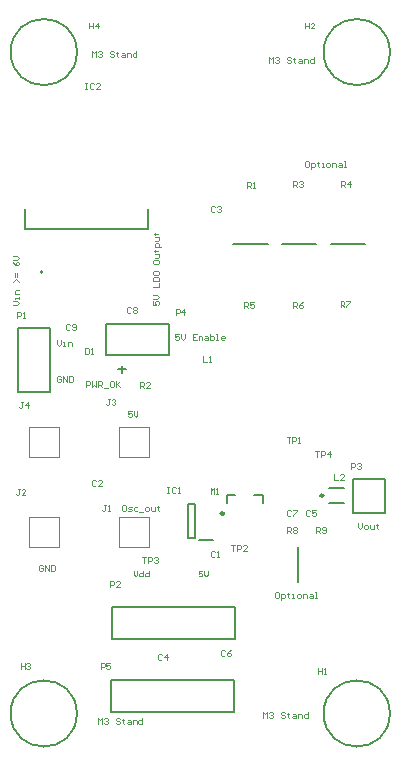
<source format=gto>
G04*
G04 #@! TF.GenerationSoftware,Altium Limited,Altium Designer,21.6.4 (81)*
G04*
G04 Layer_Color=65535*
%FSLAX44Y44*%
%MOMM*%
G71*
G04*
G04 #@! TF.SameCoordinates,CE7750B5-B6F3-47FA-9723-5704EF157F2E*
G04*
G04*
G04 #@! TF.FilePolarity,Positive*
G04*
G01*
G75*
%ADD10C,0.2000*%
%ADD11C,0.2500*%
%ADD12C,0.1270*%
%ADD13C,0.1000*%
D10*
X28900Y403750D02*
G03*
X28900Y403750I-1000J0D01*
G01*
X323000Y590000D02*
G03*
X323000Y590000I-28000J0D01*
G01*
X58000D02*
G03*
X58000Y590000I-28000J0D01*
G01*
X323000Y30000D02*
G03*
X323000Y30000I-28000J0D01*
G01*
X58000D02*
G03*
X58000Y30000I-28000J0D01*
G01*
X245000Y141555D02*
Y170555D01*
X87450Y119950D02*
X192050D01*
Y93050D02*
Y119950D01*
X87450Y93050D02*
X192050D01*
X87450D02*
Y119950D01*
X272792Y427750D02*
X301793D01*
X231750D02*
X260750D01*
X271179Y220814D02*
X283806D01*
X271179Y208186D02*
X283806D01*
X208255Y215250D02*
X215245D01*
Y208250D02*
Y215250D01*
X185245D02*
X192235D01*
X185245Y208250D02*
Y215250D01*
X191300Y31557D02*
Y58457D01*
X86700D02*
X191300D01*
X86700Y31557D02*
Y58457D01*
Y31557D02*
X191300D01*
X190500Y427500D02*
X219500D01*
X136400Y333107D02*
Y360008D01*
X82600D02*
X136400D01*
X82600Y333107D02*
Y360008D01*
Y333107D02*
X136400D01*
X151943Y178500D02*
X157943D01*
X151943D02*
Y207500D01*
X157943D01*
Y178500D02*
Y207500D01*
X161443Y177000D02*
X173443D01*
X8300Y356400D02*
X35200D01*
X8300Y302600D02*
Y356400D01*
Y302600D02*
X35200D01*
Y356400D01*
X291599Y228450D02*
X318499D01*
X291599Y200050D02*
Y228450D01*
Y200050D02*
X318499D01*
Y228450D01*
D11*
X266742Y214500D02*
G03*
X266742Y214500I-1250J0D01*
G01*
X182485Y199400D02*
G03*
X182485Y199400I-1250J0D01*
G01*
D12*
X14330Y440330D02*
Y457250D01*
X118470Y440330D02*
Y457250D01*
X14330Y440330D02*
X118470D01*
X93189Y321564D02*
X99187D01*
X96188Y318565D02*
Y324564D01*
D13*
X93500Y196500D02*
X118900D01*
Y171100D02*
Y196500D01*
X93500Y171100D02*
X118900D01*
X93500D02*
Y196500D01*
X17300Y272700D02*
X42700D01*
Y247300D02*
Y272700D01*
X17300Y247300D02*
X42700D01*
X17300D02*
Y272700D01*
Y196500D02*
X42700D01*
Y171100D02*
Y196500D01*
X17300Y171100D02*
X42700D01*
X17300D02*
Y196500D01*
X93500Y272700D02*
X118900D01*
Y247300D02*
Y272700D01*
X93500Y247300D02*
X118900D01*
X93500D02*
Y272700D01*
X259902Y252200D02*
X263234D01*
X261568D01*
Y247202D01*
X264900D02*
Y252200D01*
X267400D01*
X268233Y251367D01*
Y249701D01*
X267400Y248868D01*
X264900D01*
X272398Y247202D02*
Y252200D01*
X269899Y249701D01*
X273231D01*
X228499Y132664D02*
X226833D01*
X226000Y131831D01*
Y128499D01*
X226833Y127666D01*
X228499D01*
X229332Y128499D01*
Y131831D01*
X228499Y132664D01*
X230998Y126000D02*
Y130998D01*
X233498D01*
X234331Y130165D01*
Y128499D01*
X233498Y127666D01*
X230998D01*
X236830Y131831D02*
Y130998D01*
X235997D01*
X237663D01*
X236830D01*
Y128499D01*
X237663Y127666D01*
X240162D02*
X241828D01*
X240995D01*
Y130998D01*
X240162D01*
X245160Y127666D02*
X246827D01*
X247660Y128499D01*
Y130165D01*
X246827Y130998D01*
X245160D01*
X244327Y130165D01*
Y128499D01*
X245160Y127666D01*
X249326D02*
Y130998D01*
X251825D01*
X252658Y130165D01*
Y127666D01*
X255157Y130998D02*
X256823D01*
X257656Y130165D01*
Y127666D01*
X255157D01*
X254324Y128499D01*
X255157Y129332D01*
X257656D01*
X259322Y127666D02*
X260989D01*
X260156D01*
Y132664D01*
X259322D01*
X253499Y497664D02*
X251833D01*
X251000Y496831D01*
Y493499D01*
X251833Y492666D01*
X253499D01*
X254332Y493499D01*
Y496831D01*
X253499Y497664D01*
X255998Y491000D02*
Y495998D01*
X258498D01*
X259331Y495165D01*
Y493499D01*
X258498Y492666D01*
X255998D01*
X261830Y496831D02*
Y495998D01*
X260997D01*
X262663D01*
X261830D01*
Y493499D01*
X262663Y492666D01*
X265162D02*
X266828D01*
X265995D01*
Y495998D01*
X265162D01*
X270160Y492666D02*
X271827D01*
X272660Y493499D01*
Y495165D01*
X271827Y495998D01*
X270160D01*
X269327Y495165D01*
Y493499D01*
X270160Y492666D01*
X274326D02*
Y495998D01*
X276825D01*
X277658Y495165D01*
Y492666D01*
X280157Y495998D02*
X281823D01*
X282656Y495165D01*
Y492666D01*
X280157D01*
X279324Y493499D01*
X280157Y494332D01*
X282656D01*
X284322Y492666D02*
X285989D01*
X285156D01*
Y497664D01*
X284322D01*
X98499Y206831D02*
X96833D01*
X96000Y205998D01*
Y202666D01*
X96833Y201833D01*
X98499D01*
X99332Y202666D01*
Y205998D01*
X98499Y206831D01*
X100998Y201833D02*
X103497D01*
X104331Y202666D01*
X103497Y203499D01*
X101831D01*
X100998Y204332D01*
X101831Y205165D01*
X104331D01*
X109329D02*
X106830D01*
X105997Y204332D01*
Y202666D01*
X106830Y201833D01*
X109329D01*
X110995Y201000D02*
X114327D01*
X116826Y201833D02*
X118493D01*
X119326Y202666D01*
Y204332D01*
X118493Y205165D01*
X116826D01*
X115993Y204332D01*
Y202666D01*
X116826Y201833D01*
X120992Y205165D02*
Y202666D01*
X121825Y201833D01*
X124324D01*
Y205165D01*
X126823Y205998D02*
Y205165D01*
X125990D01*
X127656D01*
X126823D01*
Y202666D01*
X127656Y201833D01*
X104332Y285998D02*
X101000D01*
Y283499D01*
X102666Y284332D01*
X103499D01*
X104332Y283499D01*
Y281833D01*
X103499Y281000D01*
X101833D01*
X101000Y281833D01*
X105998Y285998D02*
Y282666D01*
X107664Y281000D01*
X109331Y282666D01*
Y285998D01*
X29332Y155165D02*
X28499Y155998D01*
X26833D01*
X26000Y155165D01*
Y151833D01*
X26833Y151000D01*
X28499D01*
X29332Y151833D01*
Y153499D01*
X27666D01*
X30998Y151000D02*
Y155998D01*
X34331Y151000D01*
Y155998D01*
X35997D02*
Y151000D01*
X38496D01*
X39329Y151833D01*
Y155165D01*
X38496Y155998D01*
X35997D01*
X260835Y182501D02*
Y187499D01*
X263334D01*
X264167Y186666D01*
Y185000D01*
X263334Y184167D01*
X260835D01*
X262501D02*
X264167Y182501D01*
X265833Y183334D02*
X266666Y182501D01*
X268332D01*
X269165Y183334D01*
Y186666D01*
X268332Y187499D01*
X266666D01*
X265833Y186666D01*
Y185833D01*
X266666Y185000D01*
X269165D01*
X216000Y26000D02*
Y30998D01*
X217666Y29332D01*
X219332Y30998D01*
Y26000D01*
X220998Y30165D02*
X221831Y30998D01*
X223498D01*
X224331Y30165D01*
Y29332D01*
X223498Y28499D01*
X222665D01*
X223498D01*
X224331Y27666D01*
Y26833D01*
X223498Y26000D01*
X221831D01*
X220998Y26833D01*
X234327Y30165D02*
X233494Y30998D01*
X231828D01*
X230995Y30165D01*
Y29332D01*
X231828Y28499D01*
X233494D01*
X234327Y27666D01*
Y26833D01*
X233494Y26000D01*
X231828D01*
X230995Y26833D01*
X236827Y30165D02*
Y29332D01*
X235993D01*
X237660D01*
X236827D01*
Y26833D01*
X237660Y26000D01*
X240992Y29332D02*
X242658D01*
X243491Y28499D01*
Y26000D01*
X240992D01*
X240159Y26833D01*
X240992Y27666D01*
X243491D01*
X245157Y26000D02*
Y29332D01*
X247656D01*
X248489Y28499D01*
Y26000D01*
X253488Y30998D02*
Y26000D01*
X250989D01*
X250156Y26833D01*
Y28499D01*
X250989Y29332D01*
X253488D01*
X76000Y21000D02*
Y25998D01*
X77666Y24332D01*
X79332Y25998D01*
Y21000D01*
X80998Y25165D02*
X81831Y25998D01*
X83497D01*
X84331Y25165D01*
Y24332D01*
X83497Y23499D01*
X82664D01*
X83497D01*
X84331Y22666D01*
Y21833D01*
X83497Y21000D01*
X81831D01*
X80998Y21833D01*
X94327Y25165D02*
X93494Y25998D01*
X91828D01*
X90995Y25165D01*
Y24332D01*
X91828Y23499D01*
X93494D01*
X94327Y22666D01*
Y21833D01*
X93494Y21000D01*
X91828D01*
X90995Y21833D01*
X96826Y25165D02*
Y24332D01*
X95993D01*
X97660D01*
X96826D01*
Y21833D01*
X97660Y21000D01*
X100992Y24332D02*
X102658D01*
X103491Y23499D01*
Y21000D01*
X100992D01*
X100159Y21833D01*
X100992Y22666D01*
X103491D01*
X105157Y21000D02*
Y24332D01*
X107656D01*
X108489Y23499D01*
Y21000D01*
X113488Y25998D02*
Y21000D01*
X110989D01*
X110155Y21833D01*
Y23499D01*
X110989Y24332D01*
X113488D01*
X221000Y581000D02*
Y585998D01*
X222666Y584332D01*
X224332Y585998D01*
Y581000D01*
X225998Y585165D02*
X226831Y585998D01*
X228498D01*
X229331Y585165D01*
Y584332D01*
X228498Y583499D01*
X227665D01*
X228498D01*
X229331Y582666D01*
Y581833D01*
X228498Y581000D01*
X226831D01*
X225998Y581833D01*
X239327Y585165D02*
X238494Y585998D01*
X236828D01*
X235995Y585165D01*
Y584332D01*
X236828Y583499D01*
X238494D01*
X239327Y582666D01*
Y581833D01*
X238494Y581000D01*
X236828D01*
X235995Y581833D01*
X241826Y585165D02*
Y584332D01*
X240993D01*
X242660D01*
X241826D01*
Y581833D01*
X242660Y581000D01*
X245992Y584332D02*
X247658D01*
X248491Y583499D01*
Y581000D01*
X245992D01*
X245159Y581833D01*
X245992Y582666D01*
X248491D01*
X250157Y581000D02*
Y584332D01*
X252656D01*
X253489Y583499D01*
Y581000D01*
X258488Y585998D02*
Y581000D01*
X255989D01*
X255156Y581833D01*
Y583499D01*
X255989Y584332D01*
X258488D01*
X71000Y586000D02*
Y590998D01*
X72666Y589332D01*
X74332Y590998D01*
Y586000D01*
X75998Y590165D02*
X76831Y590998D01*
X78498D01*
X79331Y590165D01*
Y589332D01*
X78498Y588499D01*
X77664D01*
X78498D01*
X79331Y587666D01*
Y586833D01*
X78498Y586000D01*
X76831D01*
X75998Y586833D01*
X89327Y590165D02*
X88494Y590998D01*
X86828D01*
X85995Y590165D01*
Y589332D01*
X86828Y588499D01*
X88494D01*
X89327Y587666D01*
Y586833D01*
X88494Y586000D01*
X86828D01*
X85995Y586833D01*
X91826Y590165D02*
Y589332D01*
X90993D01*
X92660D01*
X91826D01*
Y586833D01*
X92660Y586000D01*
X95992Y589332D02*
X97658D01*
X98491Y588499D01*
Y586000D01*
X95992D01*
X95159Y586833D01*
X95992Y587666D01*
X98491D01*
X100157Y586000D02*
Y589332D01*
X102656D01*
X103489Y588499D01*
Y586000D01*
X108488Y590998D02*
Y586000D01*
X105989D01*
X105155Y586833D01*
Y588499D01*
X105989Y589332D01*
X108488D01*
X164332Y150998D02*
X161000D01*
Y148499D01*
X162666Y149332D01*
X163499D01*
X164332Y148499D01*
Y146833D01*
X163499Y146000D01*
X161833D01*
X161000Y146833D01*
X165998Y150998D02*
Y147666D01*
X167665Y146000D01*
X169331Y147666D01*
Y150998D01*
X85835Y137501D02*
Y142499D01*
X88334D01*
X89167Y141666D01*
Y140000D01*
X88334Y139167D01*
X85835D01*
X94165Y137501D02*
X90833D01*
X94165Y140833D01*
Y141666D01*
X93332Y142499D01*
X91666D01*
X90833Y141666D01*
X106000Y150998D02*
Y147666D01*
X107666Y146000D01*
X109332Y147666D01*
Y150998D01*
X114331D02*
Y146000D01*
X111831D01*
X110998Y146833D01*
Y148499D01*
X111831Y149332D01*
X114331D01*
X119329Y150998D02*
Y146000D01*
X116830D01*
X115997Y146833D01*
Y148499D01*
X116830Y149332D01*
X119329D01*
X296000Y190998D02*
Y187666D01*
X297666Y186000D01*
X299332Y187666D01*
Y190998D01*
X301831Y186000D02*
X303498D01*
X304331Y186833D01*
Y188499D01*
X303498Y189332D01*
X301831D01*
X300998Y188499D01*
Y186833D01*
X301831Y186000D01*
X305997Y189332D02*
Y186833D01*
X306830Y186000D01*
X309329D01*
Y189332D01*
X311828Y190165D02*
Y189332D01*
X310995D01*
X312661D01*
X311828D01*
Y186833D01*
X312661Y186000D01*
X122336Y379332D02*
Y376000D01*
X124835D01*
X124002Y377666D01*
Y378499D01*
X124835Y379332D01*
X126501D01*
X127334Y378499D01*
Y376833D01*
X126501Y376000D01*
X122336Y380998D02*
X125668D01*
X127334Y382664D01*
X125668Y384331D01*
X122336D01*
Y390995D02*
X127334D01*
Y394327D01*
X122336Y395993D02*
X127334D01*
Y398493D01*
X126501Y399326D01*
X123169D01*
X122336Y398493D01*
Y395993D01*
Y403491D02*
Y401825D01*
X123169Y400992D01*
X126501D01*
X127334Y401825D01*
Y403491D01*
X126501Y404324D01*
X123169D01*
X122336Y403491D01*
Y413488D02*
Y411822D01*
X123169Y410989D01*
X126501D01*
X127334Y411822D01*
Y413488D01*
X126501Y414321D01*
X123169D01*
X122336Y413488D01*
X124002Y415987D02*
X126501D01*
X127334Y416820D01*
Y419319D01*
X124002D01*
X123169Y421818D02*
X124002D01*
Y420985D01*
Y422651D01*
Y421818D01*
X126501D01*
X127334Y422651D01*
X129000Y425151D02*
X124002D01*
Y427650D01*
X124835Y428483D01*
X126501D01*
X127334Y427650D01*
Y425151D01*
X124002Y430149D02*
X126501D01*
X127334Y430982D01*
Y433481D01*
X124002D01*
X123169Y435980D02*
X124002D01*
Y435147D01*
Y436814D01*
Y435980D01*
X126501D01*
X127334Y436814D01*
X66000Y306833D02*
Y311831D01*
X68499D01*
X69332Y310998D01*
Y309332D01*
X68499Y308499D01*
X66000D01*
X70998Y311831D02*
Y306833D01*
X72664Y308499D01*
X74331Y306833D01*
Y311831D01*
X75997Y306833D02*
Y311831D01*
X78496D01*
X79329Y310998D01*
Y309332D01*
X78496Y308499D01*
X75997D01*
X77663D02*
X79329Y306833D01*
X80995Y306000D02*
X84327D01*
X88493Y311831D02*
X86826D01*
X85993Y310998D01*
Y307666D01*
X86826Y306833D01*
X88493D01*
X89326Y307666D01*
Y310998D01*
X88493Y311831D01*
X90992D02*
Y306833D01*
Y308499D01*
X94324Y311831D01*
X91825Y309332D01*
X94324Y306833D01*
X144332Y350998D02*
X141000D01*
Y348499D01*
X142666Y349332D01*
X143499D01*
X144332Y348499D01*
Y346833D01*
X143499Y346000D01*
X141833D01*
X141000Y346833D01*
X145998Y350998D02*
Y347666D01*
X147664Y346000D01*
X149331Y347666D01*
Y350998D01*
X159327D02*
X155995D01*
Y346000D01*
X159327D01*
X155995Y348499D02*
X157661D01*
X160993Y346000D02*
Y349332D01*
X163493D01*
X164326Y348499D01*
Y346000D01*
X166825Y349332D02*
X168491D01*
X169324Y348499D01*
Y346000D01*
X166825D01*
X165992Y346833D01*
X166825Y347666D01*
X169324D01*
X170990Y350998D02*
Y346000D01*
X173489D01*
X174322Y346833D01*
Y347666D01*
Y348499D01*
X173489Y349332D01*
X170990D01*
X175989Y346000D02*
X177655D01*
X176822D01*
Y350998D01*
X175989D01*
X182653Y346000D02*
X180987D01*
X180154Y346833D01*
Y348499D01*
X180987Y349332D01*
X182653D01*
X183486Y348499D01*
Y347666D01*
X180154D01*
X41000Y345998D02*
Y342666D01*
X42666Y341000D01*
X44332Y342666D01*
Y345998D01*
X45998Y341000D02*
X47664D01*
X46831D01*
Y344332D01*
X45998D01*
X50164Y341000D02*
Y344332D01*
X52663D01*
X53496Y343499D01*
Y341000D01*
X4002Y376000D02*
X7334D01*
X9000Y377666D01*
X7334Y379332D01*
X4002D01*
X9000Y380998D02*
Y382664D01*
Y381831D01*
X5668D01*
Y380998D01*
X9000Y385164D02*
X5668D01*
Y387663D01*
X6501Y388496D01*
X9000D01*
Y395160D02*
X6501Y397660D01*
X4002Y395160D01*
X7334Y399326D02*
Y402658D01*
X5668Y399326D02*
Y402658D01*
X4002Y412655D02*
X4835Y410989D01*
X6501Y409323D01*
X8167D01*
X9000Y410155D01*
Y411822D01*
X8167Y412655D01*
X7334D01*
X6501Y411822D01*
Y409323D01*
X4002Y414321D02*
X7334D01*
X9000Y415987D01*
X7334Y417653D01*
X4002D01*
X44332Y315165D02*
X43499Y315998D01*
X41833D01*
X41000Y315165D01*
Y311833D01*
X41833Y311000D01*
X43499D01*
X44332Y311833D01*
Y313499D01*
X42666D01*
X45998Y311000D02*
Y315998D01*
X49331Y311000D01*
Y315998D01*
X50997D02*
Y311000D01*
X53496D01*
X54329Y311833D01*
Y315165D01*
X53496Y315998D01*
X50997D01*
X65002Y563999D02*
X66668D01*
X65835D01*
Y559001D01*
X65002D01*
X66668D01*
X72500Y563166D02*
X71666Y563999D01*
X70000D01*
X69167Y563166D01*
Y559834D01*
X70000Y559001D01*
X71666D01*
X72500Y559834D01*
X77498Y559001D02*
X74166D01*
X77498Y562333D01*
Y563166D01*
X76665Y563999D01*
X74999D01*
X74166Y563166D01*
X113336Y162499D02*
X116668D01*
X115002D01*
Y157501D01*
X118334D02*
Y162499D01*
X120833D01*
X121666Y161666D01*
Y160000D01*
X120833Y159167D01*
X118334D01*
X123332Y161666D02*
X124165Y162499D01*
X125831D01*
X126664Y161666D01*
Y160833D01*
X125831Y160000D01*
X124998D01*
X125831D01*
X126664Y159167D01*
Y158334D01*
X125831Y157501D01*
X124165D01*
X123332Y158334D01*
X235835Y182501D02*
Y187499D01*
X238334D01*
X239167Y186666D01*
Y185000D01*
X238334Y184167D01*
X235835D01*
X237501D02*
X239167Y182501D01*
X240833Y186666D02*
X241666Y187499D01*
X243332D01*
X244165Y186666D01*
Y185833D01*
X243332Y185000D01*
X244165Y184167D01*
Y183334D01*
X243332Y182501D01*
X241666D01*
X240833Y183334D01*
Y184167D01*
X241666Y185000D01*
X240833Y185833D01*
Y186666D01*
X241666Y185000D02*
X243332D01*
X281238Y373948D02*
Y378946D01*
X283737D01*
X284570Y378113D01*
Y376447D01*
X283737Y375614D01*
X281238D01*
X282904D02*
X284570Y373948D01*
X286236Y378946D02*
X289569D01*
Y378113D01*
X286236Y374781D01*
Y373948D01*
X240852Y373694D02*
Y378692D01*
X243351D01*
X244184Y377859D01*
Y376193D01*
X243351Y375360D01*
X240852D01*
X242518D02*
X244184Y373694D01*
X249183Y378692D02*
X247516Y377859D01*
X245850Y376193D01*
Y374527D01*
X246683Y373694D01*
X248349D01*
X249183Y374527D01*
Y375360D01*
X248349Y376193D01*
X245850D01*
X199450Y373694D02*
Y378692D01*
X201949D01*
X202782Y377859D01*
Y376193D01*
X201949Y375360D01*
X199450D01*
X201116D02*
X202782Y373694D01*
X207781Y378692D02*
X204448D01*
Y376193D01*
X206115Y377026D01*
X206947D01*
X207781Y376193D01*
Y374527D01*
X206947Y373694D01*
X205281D01*
X204448Y374527D01*
X281585Y475501D02*
Y480499D01*
X284084D01*
X284917Y479666D01*
Y478000D01*
X284084Y477167D01*
X281585D01*
X283251D02*
X284917Y475501D01*
X289082D02*
Y480499D01*
X286583Y478000D01*
X289915D01*
X241085Y475751D02*
Y480749D01*
X243584D01*
X244417Y479916D01*
Y478250D01*
X243584Y477417D01*
X241085D01*
X242751D02*
X244417Y475751D01*
X246083Y479916D02*
X246916Y480749D01*
X248582D01*
X249415Y479916D01*
Y479083D01*
X248582Y478250D01*
X247749D01*
X248582D01*
X249415Y477417D01*
Y476584D01*
X248582Y475751D01*
X246916D01*
X246083Y476584D01*
X78085Y67501D02*
Y72499D01*
X80584D01*
X81417Y71666D01*
Y70000D01*
X80584Y69167D01*
X78085D01*
X86415Y72499D02*
X83083D01*
Y70000D01*
X84749Y70833D01*
X85582D01*
X86415Y70000D01*
Y68334D01*
X85582Y67501D01*
X83916D01*
X83083Y68334D01*
X188335Y172499D02*
X191668D01*
X190002D01*
Y167501D01*
X193334D02*
Y172499D01*
X195833D01*
X196666Y171666D01*
Y170000D01*
X195833Y169167D01*
X193334D01*
X201665Y167501D02*
X198332D01*
X201665Y170833D01*
Y171666D01*
X200831Y172499D01*
X199165D01*
X198332Y171666D01*
X235518Y264138D02*
X238850D01*
X237184D01*
Y259140D01*
X240516D02*
Y264138D01*
X243015D01*
X243849Y263305D01*
Y261639D01*
X243015Y260806D01*
X240516D01*
X245515Y259140D02*
X247181D01*
X246348D01*
Y264138D01*
X245515Y263305D01*
X111335Y305501D02*
Y310499D01*
X113834D01*
X114667Y309666D01*
Y308000D01*
X113834Y307167D01*
X111335D01*
X113001D02*
X114667Y305501D01*
X119665D02*
X116333D01*
X119665Y308833D01*
Y309666D01*
X118832Y310499D01*
X117166D01*
X116333Y309666D01*
X202168Y474751D02*
Y479749D01*
X204667D01*
X205500Y478916D01*
Y477250D01*
X204667Y476417D01*
X202168D01*
X203834D02*
X205500Y474751D01*
X207166D02*
X208832D01*
X207999D01*
Y479749D01*
X207166Y478916D01*
X141585Y367251D02*
Y372249D01*
X144084D01*
X144917Y371416D01*
Y369750D01*
X144084Y368917D01*
X141585D01*
X149082Y367251D02*
Y372249D01*
X146583Y369750D01*
X149915D01*
X290382Y236788D02*
Y241786D01*
X292881D01*
X293714Y240953D01*
Y239287D01*
X292881Y238454D01*
X290382D01*
X295380Y240953D02*
X296213Y241786D01*
X297880D01*
X298713Y240953D01*
Y240120D01*
X297880Y239287D01*
X297047D01*
X297880D01*
X298713Y238454D01*
Y237621D01*
X297880Y236788D01*
X296213D01*
X295380Y237621D01*
X7172Y364804D02*
Y369802D01*
X9671D01*
X10504Y368969D01*
Y367303D01*
X9671Y366470D01*
X7172D01*
X12170Y364804D02*
X13836D01*
X13003D01*
Y369802D01*
X12170Y368969D01*
X171168Y216001D02*
Y220999D01*
X172834Y219333D01*
X174500Y220999D01*
Y216001D01*
X176166D02*
X177832D01*
X176999D01*
Y220999D01*
X176166Y220166D01*
X275835Y232499D02*
Y227501D01*
X279167D01*
X284165D02*
X280833D01*
X284165Y230833D01*
Y231666D01*
X283332Y232499D01*
X281666D01*
X280833Y231666D01*
X165168Y332499D02*
Y327501D01*
X168500D01*
X170166D02*
X171832D01*
X170999D01*
Y332499D01*
X170166Y331666D01*
X12167Y293749D02*
X10501D01*
X11334D01*
Y289584D01*
X10501Y288751D01*
X9668D01*
X8835Y289584D01*
X16332Y288751D02*
Y293749D01*
X13833Y291250D01*
X17165D01*
X85688Y296142D02*
X84022D01*
X84855D01*
Y291977D01*
X84022Y291144D01*
X83189D01*
X82356Y291977D01*
X87354Y295309D02*
X88187Y296142D01*
X89853D01*
X90687Y295309D01*
Y294476D01*
X89853Y293643D01*
X89021D01*
X89853D01*
X90687Y292810D01*
Y291977D01*
X89853Y291144D01*
X88187D01*
X87354Y291977D01*
X9488Y219942D02*
X7822D01*
X8655D01*
Y215777D01*
X7822Y214944D01*
X6989D01*
X6156Y215777D01*
X14487Y214944D02*
X11154D01*
X14487Y218276D01*
Y219109D01*
X13654Y219942D01*
X11987D01*
X11154Y219109D01*
X82750Y206499D02*
X81084D01*
X81917D01*
Y202334D01*
X81084Y201501D01*
X80251D01*
X79418Y202334D01*
X84416Y201501D02*
X86082D01*
X85249D01*
Y206499D01*
X84416Y205666D01*
X134680Y221974D02*
X136346D01*
X135513D01*
Y216976D01*
X134680D01*
X136346D01*
X142178Y221141D02*
X141344Y221974D01*
X139678D01*
X138845Y221141D01*
Y217809D01*
X139678Y216976D01*
X141344D01*
X142178Y217809D01*
X143844Y216976D02*
X145510D01*
X144677D01*
Y221974D01*
X143844Y221141D01*
X68335Y614999D02*
Y610001D01*
Y612500D01*
X71667D01*
Y614999D01*
Y610001D01*
X75832D02*
Y614999D01*
X73333Y612500D01*
X76665D01*
X10335Y72999D02*
Y68001D01*
Y70500D01*
X13667D01*
Y72999D01*
Y68001D01*
X15333Y72166D02*
X16166Y72999D01*
X17832D01*
X18665Y72166D01*
Y71333D01*
X17832Y70500D01*
X16999D01*
X17832D01*
X18665Y69667D01*
Y68834D01*
X17832Y68001D01*
X16166D01*
X15333Y68834D01*
X250835Y614999D02*
Y610001D01*
Y612500D01*
X254167D01*
Y614999D01*
Y610001D01*
X259165D02*
X255833D01*
X259165Y613333D01*
Y614166D01*
X258332Y614999D01*
X256666D01*
X255833Y614166D01*
X262418Y68749D02*
Y63751D01*
Y66250D01*
X265750D01*
Y68749D01*
Y63751D01*
X267416D02*
X269082D01*
X268249D01*
Y68749D01*
X267416Y67916D01*
X64830Y339322D02*
Y334324D01*
X67329D01*
X68162Y335157D01*
Y338489D01*
X67329Y339322D01*
X64830D01*
X69828Y334324D02*
X71494D01*
X70661D01*
Y339322D01*
X69828Y338489D01*
X52167Y359166D02*
X51334Y359999D01*
X49668D01*
X48835Y359166D01*
Y355834D01*
X49668Y355001D01*
X51334D01*
X52167Y355834D01*
X53833D02*
X54666Y355001D01*
X56332D01*
X57165Y355834D01*
Y359166D01*
X56332Y359999D01*
X54666D01*
X53833Y359166D01*
Y358333D01*
X54666Y357500D01*
X57165D01*
X104167Y373166D02*
X103334Y373999D01*
X101668D01*
X100835Y373166D01*
Y369834D01*
X101668Y369001D01*
X103334D01*
X104167Y369834D01*
X105833Y373166D02*
X106666Y373999D01*
X108332D01*
X109165Y373166D01*
Y372333D01*
X108332Y371500D01*
X109165Y370667D01*
Y369834D01*
X108332Y369001D01*
X106666D01*
X105833Y369834D01*
Y370667D01*
X106666Y371500D01*
X105833Y372333D01*
Y373166D01*
X106666Y371500D02*
X108332D01*
X239167Y201666D02*
X238334Y202499D01*
X236668D01*
X235835Y201666D01*
Y198334D01*
X236668Y197501D01*
X238334D01*
X239167Y198334D01*
X240833Y202499D02*
X244165D01*
Y201666D01*
X240833Y198334D01*
Y197501D01*
X183417Y82666D02*
X182584Y83499D01*
X180918D01*
X180085Y82666D01*
Y79334D01*
X180918Y78501D01*
X182584D01*
X183417Y79334D01*
X188415Y83499D02*
X186749Y82666D01*
X185083Y81000D01*
Y79334D01*
X185916Y78501D01*
X187582D01*
X188415Y79334D01*
Y80167D01*
X187582Y81000D01*
X185083D01*
X255667Y201416D02*
X254834Y202249D01*
X253168D01*
X252335Y201416D01*
Y198084D01*
X253168Y197251D01*
X254834D01*
X255667Y198084D01*
X260665Y202249D02*
X257333D01*
Y199750D01*
X258999Y200583D01*
X259832D01*
X260665Y199750D01*
Y198084D01*
X259832Y197251D01*
X258166D01*
X257333Y198084D01*
X130417Y79166D02*
X129584Y79999D01*
X127918D01*
X127085Y79166D01*
Y75834D01*
X127918Y75001D01*
X129584D01*
X130417Y75834D01*
X134582Y75001D02*
Y79999D01*
X132083Y77500D01*
X135415D01*
X174909Y458666D02*
X174076Y459499D01*
X172410D01*
X171577Y458666D01*
Y455334D01*
X172410Y454501D01*
X174076D01*
X174909Y455334D01*
X176576Y458666D02*
X177409Y459499D01*
X179075D01*
X179908Y458666D01*
Y457833D01*
X179075Y457000D01*
X178242D01*
X179075D01*
X179908Y456167D01*
Y455334D01*
X179075Y454501D01*
X177409D01*
X176576Y455334D01*
X73917Y226666D02*
X73084Y227499D01*
X71418D01*
X70585Y226666D01*
Y223334D01*
X71418Y222501D01*
X73084D01*
X73917Y223334D01*
X78915Y222501D02*
X75583D01*
X78915Y225833D01*
Y226666D01*
X78082Y227499D01*
X76416D01*
X75583Y226666D01*
X175000Y166666D02*
X174167Y167499D01*
X172501D01*
X171668Y166666D01*
Y163334D01*
X172501Y162501D01*
X174167D01*
X175000Y163334D01*
X176666Y162501D02*
X178332D01*
X177499D01*
Y167499D01*
X176666Y166666D01*
M02*

</source>
